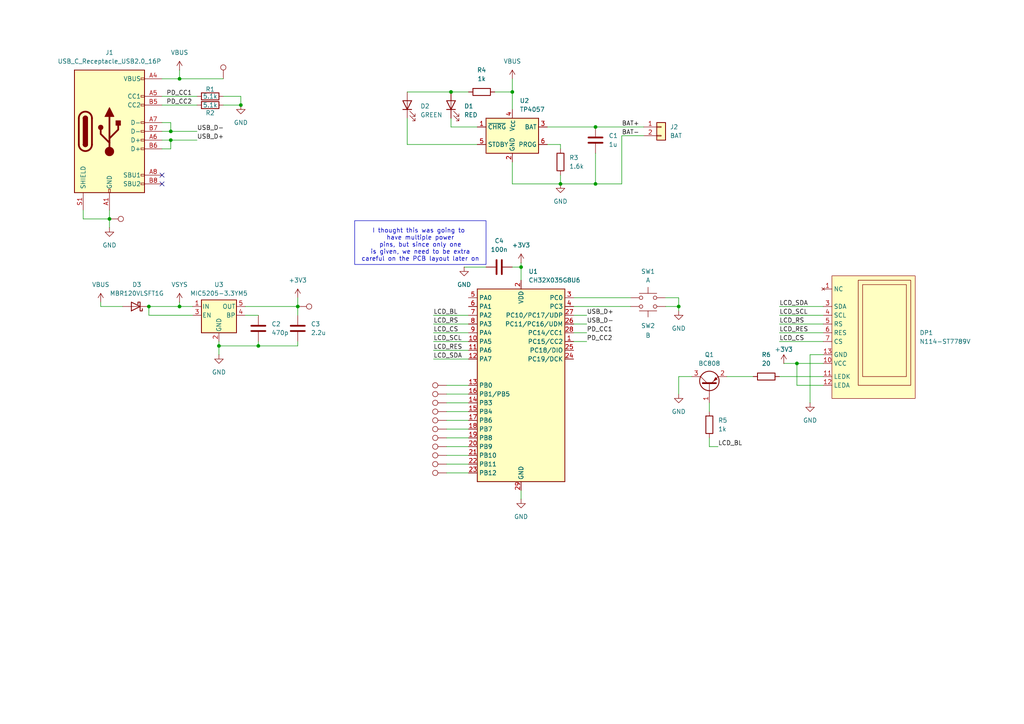
<source format=kicad_sch>
(kicad_sch (version 20250114) (generator "eeschema") (generator_version "9.0")
  (paper "A4")
  (lib_symbols
    (symbol "Battery_Management:TP4057"
      (property "Reference" "U" (at -6.35 6.604 0))
      (property "Value" "TP4057" (at 1.524 6.604 0))
      (symbol "TP4057_0_1"
        (rectangle (start -7.62 5.08) (end 7.62 -5.08) (stroke (width 0.254)) (fill (type background)))
      )
      (symbol "TP4057_1_1"
        (pin open_collector line (at -10.16 2.54 0) (length 2.54) (name "~{CHRG}") (number "1"))
        (pin open_collector line (at -10.16 -2.54 0) (length 2.54) (name "STDBY") (number "5"))
        (pin power_in line (at 0 7.62 270) (length 2.54) (name "V_{CC}") (number "4"))
        (pin power_in line (at 0 -7.62 90) (length 2.54) (name "GND") (number "2"))
        (pin power_out line (at 10.16 2.54 180) (length 2.54) (name "BAT") (number "3"))
        (pin passive line (at 10.16 -2.54 180) (length 2.54) (name "PROG") (number "6"))
      )
    )
    (symbol "Connector:TestPoint" (pin_numbers (hide yes)) (pin_names (offset 0.762) (hide yes))
      (property "Reference" "TP" (at 0 6.858 0))
      (property "Value" "TestPoint" (at 0 5.08 0))
      (symbol "TestPoint_0_1"
        (circle (center 0 3.302) (radius 0.762))
      )
      (symbol "TestPoint_1_1"
        (pin passive line (at 0 0 90) (length 2.54) (name "1") (number "1"))
      )
    )
    (symbol "Connector:USB_C_Receptacle_USB2.0_16P" (pin_names (offset 1.016))
      (property "Reference" "J" (at 0 22.225 0))
      (property "Value" "USB_C_Receptacle_USB2.0_16P" (at 0 19.685 0))
      (symbol "USB_C_Receptacle_USB2.0_16P_0_0"
        (rectangle (start -0.254 -17.78) (end 0.254 -16.764))
        (rectangle (start 10.16 15.494) (end 9.144 14.986))
        (rectangle (start 10.16 10.414) (end 9.144 9.906))
        (rectangle (start 10.16 7.874) (end 9.144 7.366))
        (rectangle (start 10.16 2.794) (end 9.144 2.286))
        (rectangle (start 10.16 0.254) (end 9.144 -0.254))
        (rectangle (start 10.16 -2.286) (end 9.144 -2.794))
        (rectangle (start 10.16 -4.826) (end 9.144 -5.334))
        (rectangle (start 10.16 -12.446) (end 9.144 -12.954))
        (rectangle (start 10.16 -14.986) (end 9.144 -15.494))
      )
      (symbol "USB_C_Receptacle_USB2.0_16P_0_1"
        (rectangle (start -10.16 17.78) (end 10.16 -17.78) (stroke (width 0.254)) (fill (type background)))
        (polyline (pts (xy -8.89 -3.81) (xy -8.89 3.81)) (stroke (width 0.508)))
        (rectangle (start -7.62 -3.81) (end -6.35 3.81) (stroke (width 0.254)) (fill (type outline)))
        (arc (start -7.62 3.81) (mid -6.985 4.4423) (end -6.35 3.81) (stroke (width 0.254)))
        (arc (start -7.62 3.81) (mid -6.985 4.4423) (end -6.35 3.81) (stroke (width 0.254)) (fill (type outline)))
        (arc (start -8.89 3.81) (mid -6.985 5.7067) (end -5.08 3.81) (stroke (width 0.508)))
        (arc (start -5.08 -3.81) (mid -6.985 -5.7067) (end -8.89 -3.81) (stroke (width 0.508)))
        (arc (start -6.35 -3.81) (mid -6.985 -4.4423) (end -7.62 -3.81) (stroke (width 0.254)))
        (arc (start -6.35 -3.81) (mid -6.985 -4.4423) (end -7.62 -3.81) (stroke (width 0.254)) (fill (type outline)))
        (polyline (pts (xy -5.08 3.81) (xy -5.08 -3.81)) (stroke (width 0.508)))
        (circle (center -2.54 1.143) (radius 0.635) (stroke (width 0.254)) (fill (type outline)))
        (polyline (pts (xy -1.27 4.318) (xy 0 6.858) (xy 1.27 4.318) (xy -1.27 4.318)) (stroke (width 0.254)) (fill (type outline)))
        (polyline (pts (xy 0 -2.032) (xy 2.54 0.508) (xy 2.54 1.778)) (stroke (width 0.508)))
        (polyline (pts (xy 0 -3.302) (xy -2.54 -0.762) (xy -2.54 0.508)) (stroke (width 0.508)))
        (polyline (pts (xy 0 -5.842) (xy 0 4.318)) (stroke (width 0.508)))
        (circle (center 0 -5.842) (radius 1.27) (fill (type outline)))
        (rectangle (start 1.905 1.778) (end 3.175 3.048) (stroke (width 0.254)) (fill (type outline)))
      )
      (symbol "USB_C_Receptacle_USB2.0_16P_1_1"
        (pin passive line (at -7.62 -22.86 90) (length 5.08) (name "SHIELD") (number "S1"))
        (pin passive line (at 0 -22.86 90) (length 5.08) (name "GND") (number "A1"))
        (pin passive line (at 0 -22.86 90) (length 5.08) (hide yes) (name "GND") (number "A12"))
        (pin passive line (at 0 -22.86 90) (length 5.08) (hide yes) (name "GND") (number "B1"))
        (pin passive line (at 0 -22.86 90) (length 5.08) (hide yes) (name "GND") (number "B12"))
        (pin passive line (at 15.24 15.24 180) (length 5.08) (name "VBUS") (number "A4"))
        (pin passive line (at 15.24 15.24 180) (length 5.08) (hide yes) (name "VBUS") (number "A9"))
        (pin passive line (at 15.24 15.24 180) (length 5.08) (hide yes) (name "VBUS") (number "B4"))
        (pin passive line (at 15.24 15.24 180) (length 5.08) (hide yes) (name "VBUS") (number "B9"))
        (pin bidirectional line (at 15.24 10.16 180) (length 5.08) (name "CC1") (number "A5"))
        (pin bidirectional line (at 15.24 7.62 180) (length 5.08) (name "CC2") (number "B5"))
        (pin bidirectional line (at 15.24 2.54 180) (length 5.08) (name "D-") (number "A7"))
        (pin bidirectional line (at 15.24 0 180) (length 5.08) (name "D-") (number "B7"))
        (pin bidirectional line (at 15.24 -2.54 180) (length 5.08) (name "D+") (number "A6"))
        (pin bidirectional line (at 15.24 -5.08 180) (length 5.08) (name "D+") (number "B6"))
        (pin bidirectional line (at 15.24 -12.7 180) (length 5.08) (name "SBU1") (number "A8"))
        (pin bidirectional line (at 15.24 -15.24 180) (length 5.08) (name "SBU2") (number "B8"))
      )
    )
    (symbol "Connector_Generic:Conn_01x02" (pin_names (offset 1.016) (hide yes))
      (property "Reference" "J" (at 0 2.54 0))
      (property "Value" "Conn_01x02" (at 0 -5.08 0))
      (symbol "Conn_01x02_1_1"
        (rectangle (start -1.27 1.27) (end 1.27 -3.81) (stroke (width 0.254)) (fill (type background)))
        (rectangle (start -1.27 0.127) (end 0 -0.127) (stroke (width 0.1524)))
        (rectangle (start -1.27 -2.413) (end 0 -2.667) (stroke (width 0.1524)))
        (pin passive line (at -5.08 0 0) (length 3.81) (name "Pin_1") (number "1"))
        (pin passive line (at -5.08 -2.54 0) (length 3.81) (name "Pin_2") (number "2"))
      )
    )
    (symbol "Device:C" (pin_numbers (hide yes)) (pin_names (offset 0.254))
      (property "Reference" "C" (at 0.635 2.54 0))
      (property "Value" "C" (at 0.635 -2.54 0))
      (symbol "C_0_1"
        (polyline (pts (xy -2.032 0.762) (xy 2.032 0.762)) (stroke (width 0.508)))
        (polyline (pts (xy -2.032 -0.762) (xy 2.032 -0.762)) (stroke (width 0.508)))
      )
      (symbol "C_1_1"
        (pin passive line (at 0 3.81 270) (length 2.794) (name "~") (number "1"))
        (pin passive line (at 0 -3.81 90) (length 2.794) (name "~") (number "2"))
      )
    )
    (symbol "Device:D_Schottky" (pin_numbers (hide yes)) (pin_names (offset 1.016) (hide yes))
      (property "Reference" "D" (at 0 2.54 0))
      (property "Value" "D_Schottky" (at 0 -2.54 0))
      (symbol "D_Schottky_0_1"
        (polyline (pts (xy -1.905 0.635) (xy -1.905 1.27) (xy -1.27 1.27) (xy -1.27 -1.27) (xy -0.635 -1.27) (xy -0.635 -0.635)) (stroke (width 0.254)))
        (polyline (pts (xy 1.27 1.27) (xy 1.27 -1.27) (xy -1.27 0) (xy 1.27 1.27)) (stroke (width 0.254)))
        (polyline (pts (xy 1.27 0) (xy -1.27 0)))
      )
      (symbol "D_Schottky_1_1"
        (pin passive line (at -3.81 0 0) (length 2.54) (name "K") (number "1"))
        (pin passive line (at 3.81 0 180) (length 2.54) (name "A") (number "2"))
      )
    )
    (symbol "Device:LED" (pin_numbers (hide yes)) (pin_names (offset 1.016) (hide yes))
      (property "Reference" "D" (at 0 2.54 0))
      (property "Value" "LED" (at 0 -2.54 0))
      (symbol "LED_0_1"
        (polyline (pts (xy -3.048 -0.762) (xy -4.572 -2.286) (xy -3.81 -2.286) (xy -4.572 -2.286) (xy -4.572 -1.524)))
        (polyline (pts (xy -1.778 -0.762) (xy -3.302 -2.286) (xy -2.54 -2.286) (xy -3.302 -2.286) (xy -3.302 -1.524)))
        (polyline (pts (xy -1.27 0) (xy 1.27 0)))
        (polyline (pts (xy -1.27 -1.27) (xy -1.27 1.27)) (stroke (width 0.254)))
        (polyline (pts (xy 1.27 -1.27) (xy 1.27 1.27) (xy -1.27 0) (xy 1.27 -1.27)) (stroke (width 0.254)))
      )
      (symbol "LED_1_1"
        (pin passive line (at -3.81 0 0) (length 2.54) (name "K") (number "1"))
        (pin passive line (at 3.81 0 180) (length 2.54) (name "A") (number "2"))
      )
    )
    (symbol "Device:R" (pin_numbers (hide yes)) (pin_names (offset 0))
      (property "Reference" "R" (at 2.032 0 90))
      (property "Value" "R" (at 0 0 90))
      (symbol "R_0_1"
        (rectangle (start -1.016 -2.54) (end 1.016 2.54) (stroke (width 0.254)))
      )
      (symbol "R_1_1"
        (pin passive line (at 0 3.81 270) (length 1.27) (name "~") (number "1"))
        (pin passive line (at 0 -3.81 90) (length 1.27) (name "~") (number "2"))
      )
    )
    (symbol "MCU_WCH_CH32X0:CH32X035G8U6"
      (property "Reference" "U" (at -14.732 29.718 0))
      (property "Value" "CH32X035G8U6" (at 8.636 29.718 0))
      (symbol "CH32X035G8U6_0_0"
        (pin bidirectional line (at -15.24 25.4 0) (length 2.54) (name "PA0") (number "5"))
        (pin bidirectional line (at -15.24 22.86 0) (length 2.54) (name "PA1") (number "6"))
        (pin bidirectional line (at -15.24 20.32 0) (length 2.54) (name "PA2") (number "7"))
        (pin bidirectional line (at -15.24 17.78 0) (length 2.54) (name "PA3") (number "8"))
        (pin bidirectional line (at -15.24 15.24 0) (length 2.54) (name "PA4") (number "9"))
        (pin bidirectional line (at -15.24 12.7 0) (length 2.54) (name "PA5") (number "10"))
        (pin bidirectional line (at -15.24 10.16 0) (length 2.54) (name "PA6") (number "11"))
        (pin bidirectional line (at -15.24 7.62 0) (length 2.54) (name "PA7") (number "12"))
        (pin bidirectional line (at -15.24 0 0) (length 2.54) (name "PB0") (number "13"))
        (pin bidirectional line (at -15.24 -5.08 0) (length 2.54) (name "PB3") (number "14"))
        (pin bidirectional line (at -15.24 -7.62 0) (length 2.54) (name "PB4") (number "15"))
        (pin bidirectional line (at -15.24 -10.16 0) (length 2.54) (name "PB6") (number "17"))
        (pin bidirectional line (at -15.24 -12.7 0) (length 2.54) (name "PB7") (number "18"))
        (pin bidirectional line (at -15.24 -15.24 0) (length 2.54) (name "PB8") (number "19"))
        (pin bidirectional line (at -15.24 -17.78 0) (length 2.54) (name "PB9") (number "20"))
        (pin bidirectional line (at -15.24 -20.32 0) (length 2.54) (name "PB10") (number "21"))
        (pin bidirectional line (at -15.24 -22.86 0) (length 2.54) (name "PB11") (number "22"))
        (pin bidirectional line (at -15.24 -25.4 0) (length 2.54) (name "PB12") (number "23"))
        (pin power_in line (at 0 30.48 270) (length 2.54) (name "VDD") (number "2"))
        (pin power_in line (at 0 -30.48 90) (length 2.54) (name "GND") (number "29"))
        (pin bidirectional line (at 15.24 25.4 180) (length 2.54) (name "PC0") (number "3"))
        (pin bidirectional line (at 15.24 22.86 180) (length 2.54) (name "PC3") (number "4"))
        (pin bidirectional line (at 15.24 20.32 180) (length 2.54) (name "PC10/PC17/UDP") (number "27"))
        (pin bidirectional line (at 15.24 17.78 180) (length 2.54) (name "PC11/PC16/UDM") (number "26"))
        (pin bidirectional line (at 15.24 15.24 180) (length 2.54) (name "PC14/CC1") (number "28"))
        (pin bidirectional line (at 15.24 12.7 180) (length 2.54) (name "PC15/CC2") (number "1"))
        (pin bidirectional line (at 15.24 10.16 180) (length 2.54) (name "PC18/DIO") (number "25"))
        (pin bidirectional line (at 15.24 7.62 180) (length 2.54) (name "PC19/DCK") (number "24"))
      )
      (symbol "CH32X035G8U6_1_0"
        (pin bidirectional line (at -15.24 -2.54 0) (length 2.54) (name "PB1/PB5") (number "16"))
      )
      (symbol "CH32X035G8U6_1_1"
        (rectangle (start -12.7 27.94) (end 12.7 -27.94) (stroke (width 0.254)) (fill (type background)))
      )
    )
    (symbol "Regulator_Linear:MIC5205-3.3YM5" (pin_names (offset 0.254))
      (property "Reference" "U" (at -3.81 5.715 0))
      (property "Value" "MIC5205-3.3YM5" (at 0 5.715 0))
      (symbol "MIC5205-3.3YM5_0_1"
        (rectangle (start -5.08 4.445) (end 5.08 -5.08) (stroke (width 0.254)) (fill (type background)))
      )
      (symbol "MIC5205-3.3YM5_1_1"
        (pin power_in line (at -7.62 2.54 0) (length 2.54) (name "IN") (number "1"))
        (pin input line (at -7.62 0 0) (length 2.54) (name "EN") (number "3"))
        (pin power_in line (at 0 -7.62 90) (length 2.54) (name "GND") (number "2"))
        (pin power_out line (at 7.62 2.54 180) (length 2.54) (name "OUT") (number "5"))
        (pin input line (at 7.62 0 180) (length 2.54) (name "BP") (number "4"))
      )
    )
    (symbol "ST7789:N114-ST7789V"
      (property "Reference" "DP" (at -10.16 23.114 0))
      (property "Value" "N114-ST7789V" (at -10.16 20.32 0))
      (symbol "N114-ST7789V_1_1"
        (rectangle (start -10.16 19.05) (end 13.97 -16.51) (fill (type background)))
        (rectangle (start -2.54 -12.7) (end 12.7 17.78))
        (rectangle (start -1.27 16.51) (end 11.43 -10.16))
        (pin no_connect line (at -12.7 15.24 0) (length 2.54) (name "NC") (number "1"))
        (pin no_connect line (at -12.7 15.24 0) (length 2.54) (hide yes) (name "NC") (number "2"))
        (pin no_connect line (at -12.7 15.24 0) (length 2.54) (hide yes) (name "NC") (number "9"))
        (pin bidirectional line (at -12.7 10.16 0) (length 2.54) (name "SDA") (number "3"))
        (pin bidirectional line (at -12.7 7.62 0) (length 2.54) (name "SCL") (number "4"))
        (pin bidirectional line (at -12.7 5.08 0) (length 2.54) (name "RS") (number "5"))
        (pin bidirectional line (at -12.7 2.54 0) (length 2.54) (name "RES") (number "6"))
        (pin bidirectional line (at -12.7 0 0) (length 2.54) (name "CS") (number "7"))
        (pin power_in line (at -12.7 -3.81 0) (length 2.54) (name "GND") (number "13"))
        (pin power_in line (at -12.7 -3.81 0) (length 2.54) (hide yes) (name "GND") (number "8"))
        (pin power_in line (at -12.7 -6.35 0) (length 2.54) (name "VCC") (number "10"))
        (pin input line (at -12.7 -10.16 0) (length 2.54) (name "LEDK") (number "11"))
        (pin input line (at -12.7 -12.7 0) (length 2.54) (name "LEDA") (number "12"))
      )
    )
    (symbol "Switch:SW_Push" (pin_numbers (hide yes)) (pin_names (offset 1.016) (hide yes))
      (property "Reference" "SW" (at 1.27 2.54 0))
      (property "Value" "SW_Push" (at 0 -1.524 0))
      (symbol "SW_Push_0_1"
        (circle (center -2.032 0) (radius 0.508))
        (polyline (pts (xy 0 1.27) (xy 0 3.048)))
        (circle (center 2.032 0) (radius 0.508))
        (polyline (pts (xy 2.54 1.27) (xy -2.54 1.27)))
        (pin passive line (at -5.08 0 0) (length 2.54) (name "1") (number "1"))
        (pin passive line (at 5.08 0 180) (length 2.54) (name "2") (number "2"))
      )
    )
    (symbol "Transistor_BJT:BC808" (pin_names (offset 0) (hide yes))
      (property "Reference" "Q" (at 5.08 1.905 0))
      (property "Value" "BC808" (at 5.08 0 0))
      (symbol "BC808_0_1"
        (polyline (pts (xy -2.54 0) (xy 0.635 0)))
        (polyline (pts (xy 0.635 1.905) (xy 0.635 -1.905)) (stroke (width 0.508)))
        (polyline (pts (xy 0.635 0.635) (xy 2.54 2.54)))
        (polyline (pts (xy 0.635 -0.635) (xy 2.54 -2.54)))
        (circle (center 1.27 0) (radius 2.8194) (stroke (width 0.254)))
        (polyline (pts (xy 2.286 -1.778) (xy 1.778 -2.286) (xy 1.27 -1.27) (xy 2.286 -1.778)) (fill (type outline)))
      )
      (symbol "BC808_1_1"
        (pin input line (at -5.08 0 0) (length 2.54) (name "B") (number "1"))
        (pin passive line (at 2.54 5.08 270) (length 2.54) (name "C") (number "3"))
        (pin passive line (at 2.54 -5.08 90) (length 2.54) (name "E") (number "2"))
      )
    )
    (symbol "power:+3V3" (power) (pin_numbers (hide yes)) (pin_names (offset 0) (hide yes))
      (property "Value" "+3V3" (at 0 3.556 0))
      (symbol "+3V3_0_1"
        (polyline (pts (xy -0.762 1.27) (xy 0 2.54)))
        (polyline (pts (xy 0 2.54) (xy 0.762 1.27)))
        (polyline (pts (xy 0 0) (xy 0 2.54)))
      )
      (symbol "+3V3_1_1"
        (pin power_in line (at 0 0 90) (length 0) (name "~") (number "1"))
      )
    )
    (symbol "power:GND" (power) (pin_numbers (hide yes)) (pin_names (offset 0) (hide yes))
      (property "Value" "GND" (at 0 -3.81 0))
      (symbol "GND_0_1"
        (polyline (pts (xy 0 0) (xy 0 -1.27) (xy 1.27 -1.27) (xy 0 -2.54) (xy -1.27 -1.27) (xy 0 -1.27)))
      )
      (symbol "GND_1_1"
        (pin power_in line (at 0 0 270) (length 0) (name "~") (number "1"))
      )
    )
    (symbol "power:VBUS" (power) (pin_numbers (hide yes)) (pin_names (offset 0) (hide yes))
      (property "Value" "VBUS" (at 0 3.556 0))
      (symbol "VBUS_0_1"
        (polyline (pts (xy -0.762 1.27) (xy 0 2.54)))
        (polyline (pts (xy 0 2.54) (xy 0.762 1.27)))
        (polyline (pts (xy 0 0) (xy 0 2.54)))
      )
      (symbol "VBUS_1_1"
        (pin power_in line (at 0 0 90) (length 0) (name "~") (number "1"))
      )
    )
  )
  (rectangle (start 102.87 64.008) (end 140.97 76.708))
  (text "I thought this was going to \nhave multiple power\npins, but since only one\nis given, we need to be extra\ncareful on the PCB layout later on" (at 121.92 71.12 0) (effects (font (size 1.27 1.27))))
  (junction (at 52.07 88.9))
  (junction (at 148.59 26.67))
  (junction (at 130.81 26.67))
  (junction (at 49.53 38.1))
  (junction (at 151.13 77.47))
  (junction (at 86.36 88.9))
  (junction (at 31.75 63.5))
  (junction (at 231.14 105.41))
  (junction (at 49.53 40.64))
  (junction (at 43.18 88.9))
  (junction (at 74.93 100.33))
  (junction (at 162.56 53.34))
  (junction (at 196.85 88.9))
  (junction (at 63.5 100.33))
  (junction (at 69.85 30.48))
  (junction (at 172.72 53.34))
  (junction (at 52.07 22.86))
  (junction (at 172.72 36.83))
  (no_connect (at 46.99 50.8))
  (no_connect (at 46.99 53.34))
  (wire (pts (xy 71.12 88.9) (xy 86.36 88.9)))
  (wire (pts (xy 172.72 36.83) (xy 186.69 36.83)))
  (wire (pts (xy 130.81 26.67) (xy 135.89 26.67)))
  (wire (pts (xy 148.59 46.99) (xy 148.59 53.34)))
  (wire (pts (xy 129.54 114.3) (xy 135.89 114.3)))
  (wire (pts (xy 166.37 91.44) (xy 170.18 91.44)))
  (wire (pts (xy 55.88 91.44) (xy 43.18 91.44)))
  (wire (pts (xy 129.54 124.46) (xy 135.89 124.46)))
  (wire (pts (xy 166.37 86.36) (xy 182.88 86.36)))
  (wire (pts (xy 205.74 129.54) (xy 205.74 127)))
  (wire (pts (xy 148.59 26.67) (xy 148.59 22.86)))
  (wire (pts (xy 158.75 41.91) (xy 162.56 41.91)))
  (wire (pts (xy 49.53 38.1) (xy 49.53 35.56)))
  (wire (pts (xy 31.75 63.5) (xy 31.75 66.04)))
  (wire (pts (xy 238.76 102.87) (xy 234.95 102.87)))
  (wire (pts (xy 151.13 77.47) (xy 151.13 81.28)))
  (wire (pts (xy 129.54 116.84) (xy 135.89 116.84)))
  (wire (pts (xy 158.75 36.83) (xy 172.72 36.83)))
  (wire (pts (xy 71.12 91.44) (xy 74.93 91.44)))
  (wire (pts (xy 210.82 109.22) (xy 218.44 109.22)))
  (wire (pts (xy 129.54 132.08) (xy 135.89 132.08)))
  (wire (pts (xy 227.33 105.41) (xy 231.14 105.41)))
  (wire (pts (xy 196.85 86.36) (xy 196.85 88.9)))
  (wire (pts (xy 52.07 22.86) (xy 64.77 22.86)))
  (wire (pts (xy 49.53 35.56) (xy 46.99 35.56)))
  (wire (pts (xy 46.99 27.94) (xy 57.15 27.94)))
  (wire (pts (xy 129.54 121.92) (xy 135.89 121.92)))
  (wire (pts (xy 129.54 119.38) (xy 135.89 119.38)))
  (wire (pts (xy 86.36 99.06) (xy 86.36 100.33)))
  (wire (pts (xy 162.56 41.91) (xy 162.56 43.18)))
  (wire (pts (xy 226.06 88.9) (xy 238.76 88.9)))
  (wire (pts (xy 46.99 40.64) (xy 49.53 40.64)))
  (wire (pts (xy 86.36 86.36) (xy 86.36 88.9)))
  (wire (pts (xy 46.99 22.86) (xy 52.07 22.86)))
  (wire (pts (xy 166.37 88.9) (xy 182.88 88.9)))
  (wire (pts (xy 231.14 105.41) (xy 238.76 105.41)))
  (wire (pts (xy 196.85 109.22) (xy 200.66 109.22)))
  (wire (pts (xy 43.18 88.9) (xy 52.07 88.9)))
  (wire (pts (xy 64.77 27.94) (xy 69.85 27.94)))
  (wire (pts (xy 226.06 109.22) (xy 238.76 109.22)))
  (wire (pts (xy 148.59 26.67) (xy 148.59 31.75)))
  (wire (pts (xy 125.73 101.6) (xy 135.89 101.6)))
  (wire (pts (xy 69.85 27.94) (xy 69.85 30.48)))
  (wire (pts (xy 196.85 90.17) (xy 196.85 88.9)))
  (wire (pts (xy 86.36 88.9) (xy 86.36 91.44)))
  (wire (pts (xy 151.13 76.2) (xy 151.13 77.47)))
  (wire (pts (xy 46.99 30.48) (xy 57.15 30.48)))
  (wire (pts (xy 196.85 114.3) (xy 196.85 109.22)))
  (wire (pts (xy 57.15 40.64) (xy 49.53 40.64)))
  (wire (pts (xy 118.11 26.67) (xy 130.81 26.67)))
  (wire (pts (xy 134.62 77.47) (xy 140.97 77.47)))
  (wire (pts (xy 46.99 38.1) (xy 49.53 38.1)))
  (wire (pts (xy 180.34 39.37) (xy 186.69 39.37)))
  (wire (pts (xy 148.59 77.47) (xy 151.13 77.47)))
  (wire (pts (xy 24.13 60.96) (xy 24.13 63.5)))
  (wire (pts (xy 46.99 43.18) (xy 49.53 43.18)))
  (wire (pts (xy 208.28 129.54) (xy 205.74 129.54)))
  (wire (pts (xy 125.73 96.52) (xy 135.89 96.52)))
  (wire (pts (xy 63.5 99.06) (xy 63.5 100.33)))
  (wire (pts (xy 52.07 20.32) (xy 52.07 22.86)))
  (wire (pts (xy 125.73 91.44) (xy 135.89 91.44)))
  (wire (pts (xy 52.07 87.63) (xy 52.07 88.9)))
  (wire (pts (xy 166.37 93.98) (xy 170.18 93.98)))
  (wire (pts (xy 49.53 43.18) (xy 49.53 40.64)))
  (wire (pts (xy 129.54 127) (xy 135.89 127)))
  (wire (pts (xy 130.81 34.29) (xy 130.81 36.83)))
  (wire (pts (xy 31.75 63.5) (xy 31.75 60.96)))
  (wire (pts (xy 64.77 30.48) (xy 69.85 30.48)))
  (wire (pts (xy 138.43 41.91) (xy 118.11 41.91)))
  (wire (pts (xy 172.72 53.34) (xy 180.34 53.34)))
  (wire (pts (xy 234.95 102.87) (xy 234.95 116.84)))
  (wire (pts (xy 148.59 53.34) (xy 162.56 53.34)))
  (wire (pts (xy 43.18 91.44) (xy 43.18 88.9)))
  (wire (pts (xy 226.06 93.98) (xy 238.76 93.98)))
  (wire (pts (xy 166.37 96.52) (xy 170.18 96.52)))
  (wire (pts (xy 52.07 88.9) (xy 55.88 88.9)))
  (wire (pts (xy 162.56 50.8) (xy 162.56 53.34)))
  (wire (pts (xy 125.73 93.98) (xy 135.89 93.98)))
  (wire (pts (xy 130.81 36.83) (xy 138.43 36.83)))
  (wire (pts (xy 129.54 134.62) (xy 135.89 134.62)))
  (wire (pts (xy 166.37 99.06) (xy 170.18 99.06)))
  (wire (pts (xy 151.13 142.24) (xy 151.13 144.78)))
  (wire (pts (xy 129.54 111.76) (xy 135.89 111.76)))
  (wire (pts (xy 231.14 111.76) (xy 231.14 105.41)))
  (wire (pts (xy 172.72 44.45) (xy 172.72 53.34)))
  (wire (pts (xy 143.51 26.67) (xy 148.59 26.67)))
  (wire (pts (xy 24.13 63.5) (xy 31.75 63.5)))
  (wire (pts (xy 193.04 88.9) (xy 196.85 88.9)))
  (wire (pts (xy 180.34 39.37) (xy 180.34 53.34)))
  (wire (pts (xy 49.53 38.1) (xy 57.15 38.1)))
  (wire (pts (xy 86.36 100.33) (xy 74.93 100.33)))
  (wire (pts (xy 35.56 88.9) (xy 29.21 88.9)))
  (wire (pts (xy 125.73 99.06) (xy 135.89 99.06)))
  (wire (pts (xy 29.21 88.9) (xy 29.21 87.63)))
  (wire (pts (xy 193.04 86.36) (xy 196.85 86.36)))
  (wire (pts (xy 118.11 41.91) (xy 118.11 34.29)))
  (wire (pts (xy 74.93 100.33) (xy 63.5 100.33)))
  (wire (pts (xy 74.93 99.06) (xy 74.93 100.33)))
  (wire (pts (xy 226.06 91.44) (xy 238.76 91.44)))
  (wire (pts (xy 172.72 53.34) (xy 162.56 53.34)))
  (wire (pts (xy 226.06 99.06) (xy 238.76 99.06)))
  (wire (pts (xy 129.54 129.54) (xy 135.89 129.54)))
  (wire (pts (xy 63.5 100.33) (xy 63.5 102.87)))
  (wire (pts (xy 226.06 96.52) (xy 238.76 96.52)))
  (wire (pts (xy 238.76 111.76) (xy 231.14 111.76)))
  (wire (pts (xy 205.74 116.84) (xy 205.74 119.38)))
  (wire (pts (xy 129.54 137.16) (xy 135.89 137.16)))
  (wire (pts (xy 125.73 104.14) (xy 135.89 104.14)))
  (label "USB_D+" (at 57.15 40.64 0))
  (label "LCD_RS" (at 226.06 93.98 0))
  (label "LCD_SDA" (at 226.06 88.9 0))
  (label "USB_D-" (at 57.15 38.1 0))
  (label "LCD_RES" (at 125.73 101.6 0))
  (label "BAT+" (at 180.34 36.83 0))
  (label "LCD_RES" (at 226.06 96.52 0))
  (label "BAT-" (at 180.34 39.37 0))
  (label "LCD_SCL" (at 226.06 91.44 0))
  (label "PD_CC2" (at 170.18 99.06 0))
  (label "LCD_SDA" (at 125.73 104.14 0))
  (label "LCD_BL" (at 208.28 129.54 0))
  (label "PD_CC1" (at 48.26 27.94 0))
  (label "LCD_CS" (at 125.73 96.52 0))
  (label "LCD_SCL" (at 125.73 99.06 0))
  (label "LCD_BL" (at 125.73 91.44 0))
  (label "USB_D+" (at 170.18 91.44 0))
  (label "LCD_RS" (at 125.73 93.98 0))
  (label "LCD_CS" (at 226.06 99.06 0))
  (label "PD_CC2" (at 48.26 30.48 0))
  (label "PD_CC1" (at 170.18 96.52 0))
  (label "USB_D-" (at 170.18 93.98 0))
  (symbol (lib_id "Connector:TestPoint") (at 129.54 132.08 90) (unit 1)
    (property "Reference" "TP9" (effects (hide yes)))
    (property "Value" "TestPoint" (effects (hide yes)))
    (property "Footprint" "TestPoint:TestPoint_Keystone_5015_Micro_Mini" (effects (hide yes)))
    (property "Description" "test point" (effects (hide yes)))
  )
  (symbol (lib_id "Device:R") (at 222.25 109.22 90) (unit 1)
    (property "Reference" "R6" (at 222.25 102.87 90))
    (property "Value" "20" (at 222.25 105.41 90))
    (property "Footprint" "Resistor_SMD:R_0402_1005Metric" (effects (hide yes)))
    (property "Description" "Resistor" (effects (hide yes)))
  )
  (symbol (lib_id "power:GND") (at 196.85 114.3 0) (unit 1)
    (property "Reference" "#PWR017" (effects (hide yes)))
    (property "Value" "GND" (at 196.85 119.38 0))
    (property "Description" "Power symbol creates a global label with name \"GND\" , ground" (effects (hide yes)))
  )
  (symbol (lib_id "Device:C") (at 74.93 95.25 0) (unit 1)
    (property "Reference" "C2" (at 78.74 93.9799 0) (effects (justify left)))
    (property "Value" "470p" (at 78.74 96.5199 0) (effects (justify left)))
    (property "Footprint" "Capacitor_SMD:C_0402_1005Metric" (effects (hide yes)))
    (property "Description" "Unpolarized capacitor" (effects (hide yes)))
  )
  (symbol (lib_id "Connector:TestPoint") (at 129.54 137.16 90) (unit 1)
    (property "Reference" "TP11" (effects (hide yes)))
    (property "Value" "TestPoint" (effects (hide yes)))
    (property "Footprint" "TestPoint:TestPoint_Keystone_5015_Micro_Mini" (effects (hide yes)))
    (property "Description" "test point" (effects (hide yes)))
  )
  (symbol (lib_id "Connector:TestPoint") (at 129.54 119.38 90) (unit 1)
    (property "Reference" "TP4" (effects (hide yes)))
    (property "Value" "TestPoint" (effects (hide yes)))
    (property "Footprint" "TestPoint:TestPoint_Keystone_5015_Micro_Mini" (effects (hide yes)))
    (property "Description" "test point" (effects (hide yes)))
  )
  (symbol (lib_id "Device:C") (at 86.36 95.25 0) (unit 1)
    (property "Reference" "C3" (at 90.17 93.9799 0) (effects (justify left)))
    (property "Value" "2.2u" (at 90.17 96.5199 0) (effects (justify left)))
    (property "Footprint" "Capacitor_SMD:C_0603_1608Metric" (effects (hide yes)))
    (property "Description" "Unpolarized capacitor" (effects (hide yes)))
  )
  (symbol (lib_id "Connector:TestPoint") (at 129.54 114.3 90) (unit 1)
    (property "Reference" "TP2" (effects (hide yes)))
    (property "Value" "TestPoint" (effects (hide yes)))
    (property "Footprint" "TestPoint:TestPoint_Keystone_5015_Micro_Mini" (effects (hide yes)))
    (property "Description" "test point" (effects (hide yes)))
  )
  (symbol (lib_id "Transistor_BJT:BC808") (at 205.74 111.76 90) (unit 1)
    (property "Reference" "Q1" (at 205.74 102.87 90))
    (property "Value" "BC808" (at 205.74 105.41 90))
    (property "Footprint" "Package_TO_SOT_SMD:SOT-23" (effects (hide yes)))
    (property "Datasheet" "https://www.onsemi.com/pub/Collateral/BC808-D.pdf" (effects (hide yes)))
    (property "Description" "0.8A Ic, 25V Vce, PNP Transistor, SOT-23" (effects (hide yes)))
  )
  (symbol (lib_id "Device:LED") (at 118.11 30.48 90) (unit 1)
    (property "Reference" "D2" (at 121.92 30.7974 90) (effects (justify right)))
    (property "Value" "GREEN" (at 121.92 33.3374 90) (effects (justify right)))
    (property "Footprint" "LED_SMD:LED_0402_1005Metric" (effects (hide yes)))
    (property "Description" "Light emitting diode" (effects (hide yes)))
    (property "Sim.Pins" "1=K 2=A" (effects (hide yes)))
  )
  (symbol (lib_id "Device:C") (at 172.72 40.64 0) (unit 1)
    (property "Reference" "C1" (at 176.53 39.3699 0) (effects (justify left)))
    (property "Value" "1u" (at 176.53 41.9099 0) (effects (justify left)))
    (property "Footprint" "Capacitor_SMD:C_0603_1608Metric" (effects (hide yes)))
    (property "Description" "Unpolarized capacitor" (effects (hide yes)))
  )
  (symbol (lib_id "power:VBUS") (at 148.59 22.86 0) (unit 1)
    (property "Reference" "#PWR06" (effects (hide yes)))
    (property "Value" "VBUS" (at 148.59 17.78 0))
    (property "Description" "Power symbol creates a global label with name \"VBUS\"" (effects (hide yes)))
  )
  (symbol (lib_id "Device:R") (at 205.74 123.19 180) (unit 1)
    (property "Reference" "R5" (at 208.28 121.9199 0) (effects (justify right)))
    (property "Value" "1k" (at 208.28 124.4599 0) (effects (justify right)))
    (property "Footprint" "Resistor_SMD:R_0402_1005Metric" (effects (hide yes)))
    (property "Description" "Resistor" (effects (hide yes)))
  )
  (symbol (lib_id "Device:R") (at 162.56 46.99 0) (unit 1)
    (property "Reference" "R3" (at 165.1 45.7199 0) (effects (justify left)))
    (property "Value" "1.6k" (at 165.1 48.2599 0) (effects (justify left)))
    (property "Footprint" "Resistor_SMD:R_0402_1005Metric" (effects (hide yes)))
    (property "Description" "Resistor" (effects (hide yes)))
  )
  (symbol (lib_id "power:VBUS") (at 29.21 87.63 0) (unit 1)
    (property "Reference" "#PWR07" (effects (hide yes)))
    (property "Value" "VBUS" (at 29.21 82.55 0))
    (property "Description" "Power symbol creates a global label with name \"VBUS\"" (effects (hide yes)))
  )
  (symbol (lib_id "power:GND") (at 234.95 116.84 0) (unit 1)
    (property "Reference" "#PWR015" (effects (hide yes)))
    (property "Value" "GND" (at 234.95 121.92 0))
    (property "Description" "Power symbol creates a global label with name \"GND\" , ground" (effects (hide yes)))
  )
  (symbol (lib_id "Device:R") (at 60.96 27.94 90) (unit 1)
    (property "Reference" "R1" (at 60.96 25.908 90))
    (property "Value" "5.1k" (at 60.96 27.94 90))
    (property "Footprint" "Resistor_SMD:R_0402_1005Metric" (effects (hide yes)))
    (property "Description" "Resistor" (effects (hide yes)))
  )
  (symbol (lib_id "MCU_WCH_CH32X0:CH32X035G8U6") (at 151.13 111.76 0) (unit 1)
    (property "Reference" "U1" (at 153.2733 78.74 0) (effects (justify left)))
    (property "Value" "CH32X035G8U6" (at 153.2733 81.28 0) (effects (justify left)))
    (property "Footprint" "Package_DFN_QFN:QFN-28-1EP_4x4mm_P0.4mm_EP2.7x2.7mm" (effects (hide yes)))
    (property "Datasheet" "https://www.wch-ic.com/downloads/CH32X035DS0_PDF.html" (effects (hide yes)))
    (property "Description" "48MHz RISC-V MCU with USB PD phy (Sink, Source, DRP), USB 2.0 Full speed phy (Host, Device), 20KB RAM, 62KB Flash, QFN-28" (effects (hide yes)))
  )
  (symbol (lib_id "Connector:TestPoint") (at 129.54 129.54 90) (unit 1)
    (property "Reference" "TP8" (effects (hide yes)))
    (property "Value" "TestPoint" (effects (hide yes)))
    (property "Footprint" "TestPoint:TestPoint_Keystone_5015_Micro_Mini" (effects (hide yes)))
    (property "Description" "test point" (effects (hide yes)))
  )
  (symbol (lib_id "Device:LED") (at 130.81 30.48 90) (unit 1)
    (property "Reference" "D1" (at 134.62 30.7974 90) (effects (justify right)))
    (property "Value" "RED" (at 134.62 33.3374 90) (effects (justify right)))
    (property "Footprint" "LED_SMD:LED_0402_1005Metric" (effects (hide yes)))
    (property "Description" "Light emitting diode" (effects (hide yes)))
    (property "Sim.Pins" "1=K 2=A" (effects (hide yes)))
  )
  (symbol (lib_id "power:GND") (at 196.85 90.17 0) (unit 1)
    (property "Reference" "#PWR018" (effects (hide yes)))
    (property "Value" "GND" (at 196.85 95.25 0))
    (property "Description" "Power symbol creates a global label with name \"GND\" , ground" (effects (hide yes)))
  )
  (symbol (lib_id "power:GND") (at 134.62 77.47 0) (unit 1)
    (property "Reference" "#PWR012" (effects (hide yes)))
    (property "Value" "GND" (at 134.62 82.55 0))
    (property "Description" "Power symbol creates a global label with name \"GND\" , ground" (effects (hide yes)))
  )
  (symbol (lib_id "Battery_Management:TP4057") (at 148.59 39.37 0) (unit 1)
    (property "Reference" "U2" (at 150.7333 29.21 0) (effects (justify left)))
    (property "Value" "TP4057" (at 150.7333 31.75 0) (effects (justify left)))
    (property "Footprint" "Package_TO_SOT_SMD:TSOT-23-6" (effects (hide yes)))
    (property "Datasheet" "http://toppwr.com/uploadfile/file/20230304/640302a47b738.pdf" (effects (hide yes)))
    (property "Description" "Constant-current/constant-voltage linear charger for single cell lithium-ion batteries with 2.9V Trickle Charge, 4.5V to 6.5V VDD, -40 to +85 degree Celsius, TSOT-23-6" (effects (hide yes)))
  )
  (symbol (lib_id "power:VBUS") (at 52.07 87.63 0) (unit 1)
    (property "Reference" "#PWR08" (effects (hide yes)))
    (property "Value" "VSYS" (at 52.07 82.55 0))
    (property "Description" "Power symbol creates a global label with name \"VBUS\"" (effects (hide yes)))
  )
  (symbol (lib_id "Connector:USB_C_Receptacle_USB2.0_16P") (at 31.75 38.1 0) (unit 1)
    (property "Reference" "J1" (at 31.75 15.24 0))
    (property "Value" "USB_C_Receptacle_USB2.0_16P" (at 31.75 17.78 0))
    (property "Footprint" "Connector_USB:USB_C_Receptacle_GCT_USB4110" (effects (hide yes)))
    (property "Datasheet" "https://www.usb.org/sites/default/files/documents/usb_type-c.zip" (effects (hide yes)))
    (property "Description" "USB 2.0-only 16P Type-C Receptacle connector" (effects (hide yes)))
  )
  (symbol (lib_id "Connector:TestPoint") (at 64.77 22.86 0) (unit 1)
    (property "Reference" "TP13" (effects (hide yes)))
    (property "Value" "TestPoint" (effects (hide yes)))
    (property "Footprint" "TestPoint:TestPoint_Pad_2.0x2.0mm" (effects (hide yes)))
    (property "Description" "test point" (effects (hide yes)))
  )
  (symbol (lib_id "power:GND") (at 31.75 66.04 0) (unit 1)
    (property "Reference" "#PWR01" (effects (hide yes)))
    (property "Value" "GND" (at 31.75 71.12 0))
    (property "Description" "Power symbol creates a global label with name \"GND\" , ground" (effects (hide yes)))
  )
  (symbol (lib_id "Device:R") (at 139.7 26.67 90) (unit 1)
    (property "Reference" "R4" (at 139.7 20.32 90))
    (property "Value" "1k" (at 139.7 22.86 90))
    (property "Footprint" "Resistor_SMD:R_0402_1005Metric" (effects (hide yes)))
    (property "Description" "Resistor" (effects (hide yes)))
  )
  (symbol (lib_id "power:GND") (at 151.13 144.78 0) (unit 1)
    (property "Reference" "#PWR013" (effects (hide yes)))
    (property "Value" "GND" (at 151.13 149.86 0))
    (property "Description" "Power symbol creates a global label with name \"GND\" , ground" (effects (hide yes)))
  )
  (symbol (lib_id "power:GND") (at 162.56 53.34 0) (unit 1)
    (property "Reference" "#PWR05" (effects (hide yes)))
    (property "Value" "GND" (at 162.56 58.42 0))
    (property "Description" "Power symbol creates a global label with name \"GND\" , ground" (effects (hide yes)))
  )
  (symbol (lib_id "Connector:TestPoint") (at 129.54 127 90) (unit 1)
    (property "Reference" "TP7" (effects (hide yes)))
    (property "Value" "TestPoint" (effects (hide yes)))
    (property "Footprint" "TestPoint:TestPoint_Keystone_5015_Micro_Mini" (effects (hide yes)))
    (property "Description" "test point" (effects (hide yes)))
  )
  (symbol (lib_id "power:+3V3") (at 227.33 105.41 0) (unit 1)
    (property "Reference" "#PWR014" (effects (hide yes)))
    (property "Value" "+3V3" (at 227.33 101.346 0))
    (property "Description" "Power symbol creates a global label with name \"+3V3\"" (effects (hide yes)))
  )
  (symbol (lib_id "Device:C") (at 144.78 77.47 90) (unit 1)
    (property "Reference" "C4" (at 144.78 69.85 90))
    (property "Value" "100n" (at 144.78 72.39 90))
    (property "Footprint" "Capacitor_SMD:C_0402_1005Metric" (effects (hide yes)))
    (property "Description" "Unpolarized capacitor" (effects (hide yes)))
  )
  (symbol (lib_id "Connector:TestPoint") (at 129.54 116.84 90) (unit 1)
    (property "Reference" "TP3" (effects (hide yes)))
    (property "Value" "TestPoint" (effects (hide yes)))
    (property "Footprint" "TestPoint:TestPoint_Keystone_5015_Micro_Mini" (effects (hide yes)))
    (property "Description" "test point" (effects (hide yes)))
  )
  (symbol (lib_id "power:GND") (at 69.85 30.48 0) (unit 1)
    (property "Reference" "#PWR02" (effects (hide yes)))
    (property "Value" "GND" (at 69.85 35.56 0))
    (property "Description" "Power symbol creates a global label with name \"GND\" , ground" (effects (hide yes)))
  )
  (symbol (lib_id "Device:R") (at 60.96 30.48 90) (unit 1)
    (property "Reference" "R2" (at 60.96 32.766 90))
    (property "Value" "5.1k" (at 60.96 30.48 90))
    (property "Footprint" "Resistor_SMD:R_0402_1005Metric" (effects (hide yes)))
    (property "Description" "Resistor" (effects (hide yes)))
  )
  (symbol (lib_id "Switch:SW_Push") (at 187.96 86.36 0) (unit 1)
    (property "Reference" "SW1" (at 187.96 78.74 0))
    (property "Value" "A" (at 187.96 81.28 0))
    (property "Footprint" "Button_Switch_SMD:SW_Push_1P1T_NO_Vertical_Wuerth_434133025816" (effects (hide yes)))
    (property "Description" "Push button switch, generic, two pins" (effects (hide yes)))
  )
  (symbol (lib_id "Connector:TestPoint") (at 129.54 134.62 90) (unit 1)
    (property "Reference" "TP10" (effects (hide yes)))
    (property "Value" "TestPoint" (effects (hide yes)))
    (property "Footprint" "TestPoint:TestPoint_Keystone_5015_Micro_Mini" (effects (hide yes)))
    (property "Description" "test point" (effects (hide yes)))
  )
  (symbol (lib_id "Regulator_Linear:MIC5205-3.3YM5") (at 63.5 91.44 0) (unit 1)
    (property "Reference" "U3" (at 63.5 82.55 0))
    (property "Value" "MIC5205-3.3YM5" (at 63.5 85.09 0))
    (property "Footprint" "Package_TO_SOT_SMD:SOT-23-5" (effects (hide yes)))
    (property "Datasheet" "http://ww1.microchip.com/downloads/en/DeviceDoc/20005785A.pdf" (effects (hide yes)))
    (property "Description" "150mA low dropout linear regulator, fixed 3.3V output, SOT-23-5" (effects (hide yes)))
  )
  (symbol (lib_id "Connector_Generic:Conn_01x02") (at 191.77 36.83 0) (unit 1)
    (property "Reference" "J2" (at 194.31 36.8299 0) (effects (justify left)))
    (property "Value" "BAT" (at 194.31 39.3699 0) (effects (justify left)))
    (property "Footprint" "Connector_Wire:SolderWire-0.1sqmm_1x02_P3.6mm_D0.4mm_OD1mm" (effects (hide yes)))
    (property "Description" "Generic connector, single row, 01x02, script generated (kicad-library-utils/schlib/autogen/connector/)" (effects (hide yes)))
  )
  (symbol (lib_id "Device:D_Schottky") (at 39.37 88.9 180) (unit 1)
    (property "Reference" "D3" (at 39.6875 82.55 0))
    (property "Value" "MBR120VLSFT1G" (at 39.6875 85.09 0))
    (property "Footprint" "Diode_SMD:D_SOD-123F" (effects (hide yes)))
    (property "Description" "Schottky diode" (effects (hide yes)))
  )
  (symbol (lib_id "Connector:TestPoint") (at 129.54 121.92 90) (unit 1)
    (property "Reference" "TP5" (effects (hide yes)))
    (property "Value" "TestPoint" (effects (hide yes)))
    (property "Footprint" "TestPoint:TestPoint_Keystone_5015_Micro_Mini" (effects (hide yes)))
    (property "Description" "test point" (effects (hide yes)))
  )
  (symbol (lib_id "power:GND") (at 63.5 102.87 0) (unit 1)
    (property "Reference" "#PWR09" (effects (hide yes)))
    (property "Value" "GND" (at 63.5 107.95 0))
    (property "Description" "Power symbol creates a global label with name \"GND\" , ground" (effects (hide yes)))
  )
  (symbol (lib_id "power:VBUS") (at 52.07 20.32 0) (unit 1)
    (property "Reference" "#PWR03" (effects (hide yes)))
    (property "Value" "VBUS" (at 52.07 15.24 0))
    (property "Description" "Power symbol creates a global label with name \"VBUS\"" (effects (hide yes)))
  )
  (symbol (lib_id "Connector:TestPoint") (at 129.54 111.76 90) (unit 1)
    (property "Reference" "TP1" (effects (hide yes)))
    (property "Value" "TestPoint" (effects (hide yes)))
    (property "Footprint" "TestPoint:TestPoint_Keystone_5015_Micro_Mini" (effects (hide yes)))
    (property "Description" "test point" (effects (hide yes)))
  )
  (symbol (lib_id "Connector:TestPoint") (at 129.54 124.46 90) (unit 1)
    (property "Reference" "TP6" (effects (hide yes)))
    (property "Value" "TestPoint" (effects (hide yes)))
    (property "Footprint" "TestPoint:TestPoint_Keystone_5015_Micro_Mini" (effects (hide yes)))
    (property "Description" "test point" (effects (hide yes)))
  )
  (symbol (lib_id "power:+3V3") (at 151.13 76.2 0) (unit 1)
    (property "Reference" "#PWR011" (effects (hide yes)))
    (property "Value" "+3V3" (at 151.13 71.12 0))
    (property "Description" "Power symbol creates a global label with name \"+3V3\"" (effects (hide yes)))
  )
  (symbol (lib_id "Connector:TestPoint") (at 31.75 63.5 270) (unit 1)
    (property "Reference" "TP14" (effects (hide yes)))
    (property "Value" "TestPoint" (effects (hide yes)))
    (property "Footprint" "TestPoint:TestPoint_Pad_2.0x2.0mm" (effects (hide yes)))
    (property "Description" "test point" (effects (hide yes)))
  )
  (symbol (lib_id "power:+3V3") (at 86.36 86.36 0) (unit 1)
    (property "Reference" "#PWR010" (effects (hide yes)))
    (property "Value" "+3V3" (at 86.36 81.28 0))
    (property "Description" "Power symbol creates a global label with name \"+3V3\"" (effects (hide yes)))
  )
  (symbol (lib_id "Switch:SW_Push") (at 187.96 88.9 180) (unit 1)
    (property "Reference" "SW2" (at 187.96 94.488 0))
    (property "Value" "B" (at 187.96 97.282 0))
    (property "Footprint" "Button_Switch_SMD:SW_Push_1P1T_NO_Vertical_Wuerth_434133025816" (effects (hide yes)))
    (property "Description" "Push button switch, generic, two pins" (effects (hide yes)))
  )
  (symbol (lib_id "Connector:TestPoint") (at 86.36 88.9 270) (unit 1)
    (property "Reference" "TP12" (effects (hide yes)))
    (property "Value" "TestPoint" (effects (hide yes)))
    (property "Footprint" "TestPoint:TestPoint_Pad_2.0x2.0mm" (effects (hide yes)))
    (property "Description" "test point" (effects (hide yes)))
  )
  (symbol (lib_id "ST7789:N114-ST7789V") (at 251.46 99.06 0) (unit 1)
    (property "Reference" "DP1" (at 266.7 96.5199 0) (effects (justify left)))
    (property "Value" "N114-ST7789V" (at 266.7 99.0599 0) (effects (justify left)))
    (property "Footprint" "N114-ST7789V:ST7789-114" (effects (hide yes)))
  )
)
</source>
